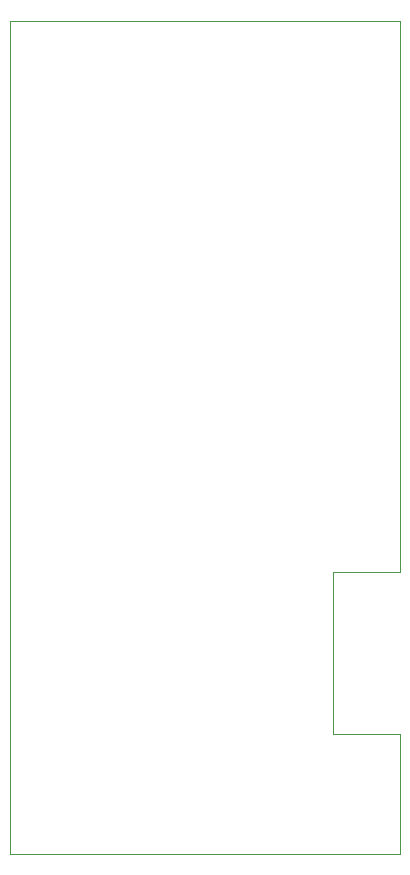
<source format=gm1>
%TF.GenerationSoftware,KiCad,Pcbnew,6.0.4-6f826c9f35~116~ubuntu18.04.1*%
%TF.CreationDate,2022-06-27T14:44:09+00:00*%
%TF.ProjectId,zynq-mipi,7a796e71-2d6d-4697-9069-2e6b69636164,rev?*%
%TF.SameCoordinates,Original*%
%TF.FileFunction,Profile,NP*%
%FSLAX46Y46*%
G04 Gerber Fmt 4.6, Leading zero omitted, Abs format (unit mm)*
G04 Created by KiCad (PCBNEW 6.0.4-6f826c9f35~116~ubuntu18.04.1) date 2022-06-27 14:44:09*
%MOMM*%
%LPD*%
G01*
G04 APERTURE LIST*
%TA.AperFunction,Profile*%
%ADD10C,0.050000*%
%TD*%
G04 APERTURE END LIST*
D10*
X132514500Y-59438000D02*
X165514500Y-59438000D01*
X165514500Y-129938000D02*
X132514500Y-129938000D01*
X159859500Y-119761000D02*
X165514500Y-119761000D01*
X165514500Y-106045000D02*
X159859500Y-106045000D01*
X159859500Y-106045000D02*
X159859500Y-119761000D01*
X165514500Y-59438000D02*
X165514500Y-106045000D01*
X165514500Y-119761000D02*
X165514500Y-129938000D01*
X132514500Y-129938000D02*
X132514500Y-59438000D01*
M02*

</source>
